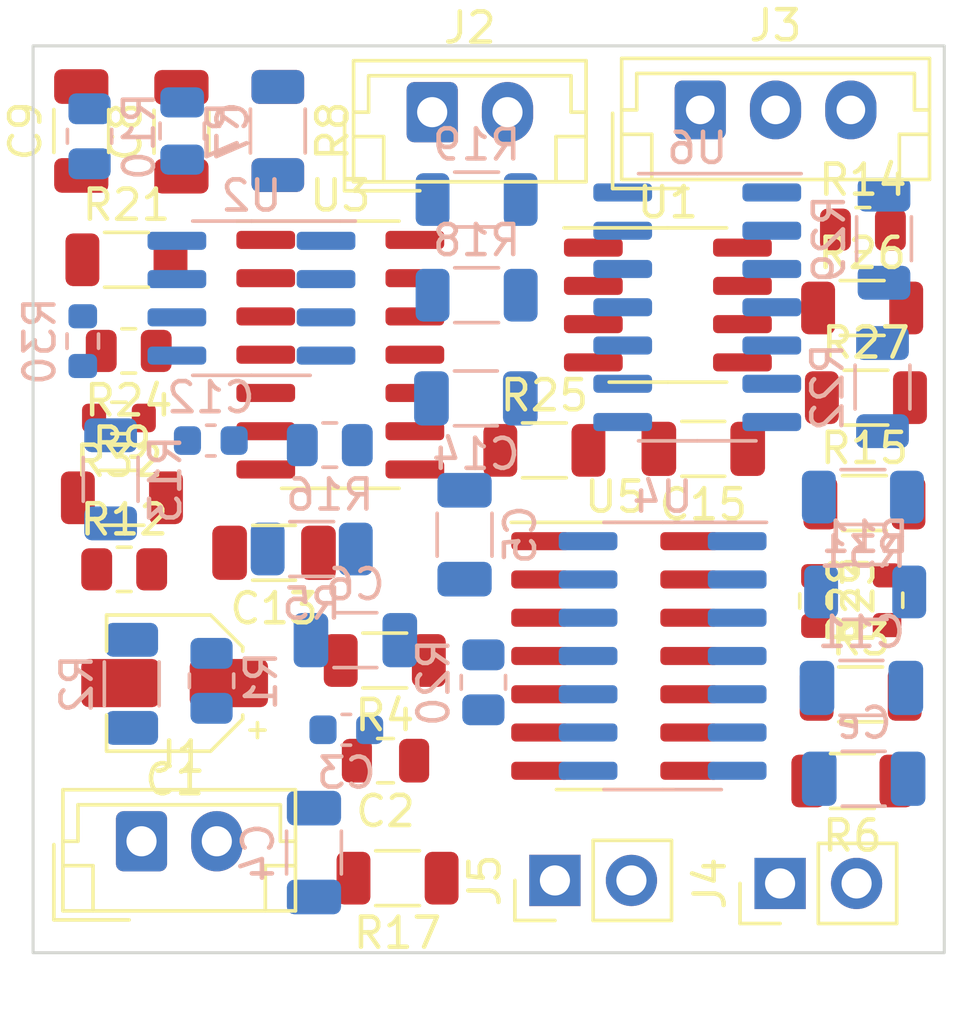
<source format=kicad_pcb>
(kicad_pcb (version 20211014) (generator pcbnew)
  (layers (0 "F.Cu" signal) (31 "B.Cu" signal) (34 "B.Paste" user) (35 "F.Paste" user) (36 "B.SilkS" user "B.Silkscreen") (37 "F.SilkS" user "F.Silkscreen") (38 "B.Mask" user) (39 "F.Mask" user) (44 "Edge.Cuts" user))
  (net 0 "")
  (net 1 "+V")
  (net 2 "-V")
  (net 3 "OutPositVer")
  (net 4 "OutNegVer")
  (net 5 "GND")
  (net 6 "Net-(U5-Pad12)")
  (net 7 "Net-(U5-Pad13)")
  (net 8 "Net-(C4-Pad2)")
  (net 9 "OutPositHor")
  (net 10 "OutNegHor")
  (net 11 "Net-(C10-Pad1)")
  (net 12 "Net-(U5-Pad5)")
  (net 13 "Net-(U3-Pad12)")
  (net 14 "Net-(U3-Pad13)")
  (net 15 "Net-(C13-Pad2)")
  (net 16 "Net-(C14-Pad1)")
  (net 17 "Net-(U3-Pad5)")
  (net 18 "ElecNegVer")
  (net 19 "ElecPositVer")
  (net 20 "Ref")
  (net 21 "ElecNegHor")
  (net 22 "ElecPositHor")
  (net 23 "OUTVer4")
  (net 24 "OUTHor4")
  (net 25 "OUTVer2")
  (net 26 "OUTHor2")
  (net 27 "RgVer2")
  (net 28 "RgVer1")
  (net 29 "OUTVer3")
  (net 30 "RgHor2")
  (net 31 "RgHor1")
  (net 32 "OUTHor3")
  (net 33 "Net-(U5-Pad2)")
  (net 34 "Net-(U6-Pad5)")
  (net 35 "Net-(U3-Pad2)")
  (net 36 "Net-(U6-Pad13)")
  (net 37 "Net-(U5-Pad9)")
  (net 38 "Net-(U6-Pad14)")
  (net 39 "Net-(U4-Pad5)")
  (net 40 "Net-(U4-Pad6)")
  (net 41 "Net-(R32-Pad2)")
  (net 42 "Net-(U4-Pad14)")
  (net 43 "OUTHor1")
  (net 44 "OUTVer1")
  (net 54 "Net-(R1-Pad2)")
  (footprint "Resistor_SMD:R_0603_1608Metric" (layer "F.Cu") (at 50.675 43.475 -90)
    (fp_text reference "R23" (at 0 -1.43 90) (layer "F.SilkS"))
    (fp_text value "1.5K")
    (fp_line (start -0.237258 0.5225) (end 0.237258 0.5225) (layer "F.SilkS") (width 0.12))
    (fp_line (start -0.237258 -0.5225) (end 0.237258 -0.5225) (layer "F.SilkS") (width 0.12))
    (pad "1" smd roundrect (at -0.825 0 270) (size 0.8 0.95) (layers "F.Cu" "F.Paste" "F.Mask") (net 5 "GND"))
    (pad "2" smd roundrect (at 0.825 0 270) (size 0.8 0.95) (layers "F.Cu" "F.Paste" "F.Mask") (net 37 "Net-(U5-Pad9)"))
  )
  (footprint "Resistor_SMD:R_0603_1608Metric" (layer "F.Cu") (at 53.05 43.45 90)
    (fp_text reference "R28" (at 0 -1.43 90) (layer "F.SilkS"))
    (fp_text value "1.5K")
    (fp_line (start -0.237258 -0.5225) (end 0.237258 -0.5225) (layer "F.SilkS") (width 0.12))
    (fp_line (start -0.237258 0.5225) (end 0.237258 0.5225) (layer "F.SilkS") (width 0.12))
    (pad "1" smd roundrect (at -0.825 0 90) (size 0.8 0.95) (layers "F.Cu" "F.Paste" "F.Mask") (net 23 "OUTVer4"))
    (pad "2" smd roundrect (at 0.825 0 90) (size 0.8 0.95) (layers "F.Cu" "F.Paste" "F.Mask") (net 37 "Net-(U5-Pad9)"))
  )
  (footprint "Connector_PinHeader_2.54mm:PinHeader_1x02_P2.54mm_Vertical" (layer "F.Cu") (at 49.5 52.85 90)
    (fp_text reference "J4" (at 0 -2.33 90) (layer "F.SilkS"))
    (fp_text value "Conn_01x02")
    (fp_line (start -1.33 1.27) (end -1.33 3.87) (layer "F.SilkS") (width 0.12))
    (fp_line (start 1.33 1.27) (end 1.33 3.87) (layer "F.SilkS") (width 0.12))
    (fp_line (start -1.33 -1.33) (end 0 -1.33) (layer "F.SilkS") (width 0.12))
    (fp_line (start -1.33 3.87) (end 1.33 3.87) (layer "F.SilkS") (width 0.12))
    (fp_line (start -1.33 1.27) (end 1.33 1.27) (layer "F.SilkS") (width 0.12))
    (fp_line (start -1.33 0) (end -1.33 -1.33) (layer "F.SilkS") (width 0.12))
    (pad "1" thru_hole rect (at 0 0 90) (size 1.7 1.7) (drill 1) (layers *.Cu *.Mask) (net 23 "OUTVer4"))
    (pad "2" thru_hole oval (at 0 2.54 90) (size 1.7 1.7) (drill 1) (layers *.Cu *.Mask) (net 2 "-V"))
  )
  (footprint "Resistor_SMD:R_1206_3216Metric" (layer "F.Cu") (at 52.3 40.225)
    (fp_text reference "R15" (at 0 -1.82) (layer "F.SilkS"))
    (fp_text value "1M")
    (fp_line (start -0.727064 -0.91) (end 0.727064 -0.91) (layer "F.SilkS") (width 0.12))
    (fp_line (start -0.727064 0.91) (end 0.727064 0.91) (layer "F.SilkS") (width 0.12))
    (pad "1" smd roundrect (at -1.4625 0) (size 1.125 1.75) (layers "F.Cu" "F.Paste" "F.Mask") (roundrect_rratio 0.222222) (net 5 "GND"))
    (pad "2" smd roundrect (at 1.4625 0) (size 1.125 1.75) (layers "F.Cu" "F.Paste" "F.Mask") (roundrect_rratio 0.222222) (net 17 "Net-(U3-Pad5)"))
  )
  (footprint "Connector_PinHeader_2.54mm:PinHeader_1x02_P2.54mm_Vertical" (layer "F.Cu") (at 42.025 52.75 90)
    (fp_text reference "J5" (at 0 -2.33 90) (layer "F.SilkS"))
    (fp_text value "Conn_01x02")
    (fp_line (start -1.33 1.27) (end -1.33 3.87) (layer "F.SilkS") (width 0.12))
    (fp_line (start -1.33 3.87) (end 1.33 3.87) (layer "F.SilkS") (width 0.12))
    (fp_line (start -1.33 1.27) (end 1.33 1.27) (layer "F.SilkS") (width 0.12))
    (fp_line (start -1.33 0) (end -1.33 -1.33) (layer "F.SilkS") (width 0.12))
    (fp_line (start -1.33 -1.33) (end 0 -1.33) (layer "F.SilkS") (width 0.12))
    (fp_line (start 1.33 1.27) (end 1.33 3.87) (layer "F.SilkS") (width 0.12))
    (pad "1" thru_hole rect (at 0 0 90) (size 1.7 1.7) (drill 1) (layers *.Cu *.Mask) (net 24 "OUTHor4"))
    (pad "2" thru_hole oval (at 0 2.54 90) (size 1.7 1.7) (drill 1) (layers *.Cu *.Mask) (net 2 "-V"))
  )
  (footprint "Capacitor_SMD:C_1206_3216Metric" (layer "F.Cu") (at 29.625 27.9 90)
    (fp_text reference "C8" (at 0 -1.85 90) (layer "F.SilkS"))
    (fp_text value "1nF")
    (fp_line (start -0.711252 0.91) (end 0.711252 0.91) (layer "F.SilkS") (width 0.12))
    (fp_line (start -0.711252 -0.91) (end 0.711252 -0.91) (layer "F.SilkS") (width 0.12))
    (pad "1" smd roundrect (at -1.475 0 90) (size 1.15 1.8) (layers "F.Cu" "F.Paste" "F.Mask") (roundrect_rratio 0.217391) (net 10 "OutNegHor"))
    (pad "2" smd roundrect (at 1.475 0 90) (size 1.15 1.8) (layers "F.Cu" "F.Paste" "F.Mask") (roundrect_rratio 0.217391) (net 5 "GND"))
  )
  (footprint "Package_SO:SO-14_3.9x8.65mm_P1.27mm" (layer "F.Cu") (at 34.9 35.3)
    (fp_text reference "U3" (at 0 -5.28) (layer "F.SilkS"))
    (fp_text value "LM324")
    (fp_line (start 0 -4.435) (end 1.95 -4.435) (layer "F.SilkS") (width 0.12))
    (fp_line (start 0 4.435) (end -1.95 4.435) (layer "F.SilkS") (width 0.12))
    (fp_line (start 0 4.435) (end 1.95 4.435) (layer "F.SilkS") (width 0.12))
    (fp_line (start 0 -4.435) (end -3.45 -4.435) (layer "F.SilkS") (width 0.12))
    (pad "1" smd roundrect (at -2.475 -3.81) (size 1.95 0.6) (layers "F.Cu" "F.Paste" "F.Mask") (net 26 "OUTHor2"))
    (pad "2" smd roundrect (at -2.475 -2.54) (size 1.95 0.6) (layers "F.Cu" "F.Paste" "F.Mask") (net 35 "Net-(U3-Pad2)"))
    (pad "3" smd roundrect (at -2.475 -1.27) (size 1.95 0.6) (layers "F.Cu" "F.Paste" "F.Mask") (net 43 "OUTHor1"))
    (pad "4" smd roundrect (at -2.475 0) (size 1.95 0.6) (layers "F.Cu" "F.Paste" "F.Mask") (net 1 "+V"))
    (pad "5" smd roundrect (at -2.475 1.27) (size 1.95 0.6) (layers "F.Cu" "F.Paste" "F.Mask") (net 17 "Net-(U3-Pad5)"))
    (pad "6" smd roundrect (at -2.475 2.54) (size 1.95 0.6) (layers "F.Cu" "F.Paste" "F.Mask") (net 32 "OUTHor3"))
    (pad "7" smd roundrect (at -2.475 3.81) (size 1.95 0.6) (layers "F.Cu" "F.Paste" "F.Mask") (net 32 "OUTHor3"))
    (pad "8" smd roundrect (at 2.475 3.81) (size 1.95 0.6) (layers "F.Cu" "F.Paste" "F.Mask") (net 24 "OUTHor4"))
    (pad "9" smd roundrect (at 2.475 2.54) (size 1.95 0.6) (layers "F.Cu" "F.Paste" "F.Mask") (net 41 "Net-(R32-Pad2)"))
    (pad "10" smd roundrect (at 2.475 1.27) (size 1.95 0.6) (layers "F.Cu" "F.Paste" "F.Mask") (net 32 "OUTHor3"))
    (pad "11" smd roundrect (at 2.475 0) (size 1.95 0.6) (layers "F.Cu" "F.Paste" "F.Mask") (net 2 "-V"))
    (pad "12" smd roundrect (at 2.475 -1.27) (size 1.95 0.6) (layers "F.Cu" "F.Paste" "F.Mask") (net 13 "Net-(U3-Pad12)"))
    (pad "13" smd roundrect (at 2.475 -2.54) (size 1.95 0.6) (layers "F.Cu" "F.Paste" "F.Mask") (net 14 "Net-(U3-Pad13)"))
    (pad "14" smd roundrect (at 2.475 -3.81) (size 1.95 0.6) (layers "F.Cu" "F.Paste" "F.Mask") (net 14 "Net-(U3-Pad13)"))
  )
  (footprint "Connector_JST:JST_EH_B2B-EH-A_1x02_P2.50mm_Vertical" (layer "F.Cu") (at 28.3 51.45)
    (fp_text reference "J1" (at 1.25 -2.8) (layer "F.SilkS"))
    (fp_text value "Conn_01x02")
    (fp_line (start -2.91 2.61) (end -0.41 2.61) (layer "F.SilkS") (width 0.12))
    (fp_line (start -2.61 2.31) (end 5.11 2.31) (layer "F.SilkS") (width 0.12))
    (fp_line (start -2.61 0) (end -2.11 0) (layer "F.SilkS") (width 0.12))
    (fp_line (start -2.61 0.81) (end -1.61 0.81) (layer "F.SilkS") (width 0.12))
    (fp_line (start -2.11 -1.21) (end 4.61 -1.21) (layer "F.SilkS") (width 0.12))
    (fp_line (start -2.11 0) (end -2.11 -1.21) (layer "F.SilkS") (width 0.12))
    (fp_line (start 5.11 0.81) (end 4.11 0.81) (layer "F.SilkS") (width 0.12))
    (fp_line (start 4.61 -1.21) (end 4.61 0) (layer "F.SilkS") (width 0.12))
    (fp_line (start 5.11 -1.71) (end -2.61 -1.71) (layer "F.SilkS") (width 0.12))
    (fp_line (start -2.91 0.11) (end -2.91 2.61) (layer "F.SilkS") (width 0.12))
    (fp_line (start 4.11 0.81) (end 4.11 2.31) (layer "F.SilkS") (width 0.12))
    (fp_line (start -2.61 -1.71) (end -2.61 2.31) (layer "F.SilkS") (width 0.12))
    (fp_line (start 4.61 0) (end 5.11 0) (layer "F.SilkS") (width 0.12))
    (fp_line (start -1.61 0.81) (end -1.61 2.31) (layer "F.SilkS") (width 0.12))
    (fp_line (start 5.11 2.31) (end 5.11 -1.71) (layer "F.SilkS") (width 0.12))
    (pad "1" thru_hole roundrect (at 0 0) (size 1.7 2) (drill 1) (layers *.Cu *.Mask) (roundrect_rratio 0.147059) (net 2 "-V"))
    (pad "2" thru_hole oval (at 2.5 0) (size 1.7 2) (drill 1) (layers *.Cu *.Mask) (net 1 "+V"))
  )
  (footprint "Resistor_SMD:R_1206_3216Metric" (layer "F.Cu") (at 27.65 40.05)
    (fp_text reference "R9" (at 0 -1.82) (layer "F.SilkS"))
    (fp_text value "39K")
    (fp_line (start -0.727064 -0.91) (end 0.727064 -0.91) (layer "F.SilkS") (width 0.12))
    (fp_line (start -0.727064 0.91) (end 0.727064 0.91) (layer "F.SilkS") (width 0.12))
    (pad "1" smd roundrect (at -1.4625 0) (size 1.125 1.75) (layers "F.Cu" "F.Paste" "F.Mask") (roundrect_rratio 0.222222) (net 26 "OUTHor2"))
    (pad "2" smd roundrect (at 1.4625 0) (size 1.125 1.75) (layers "F.Cu" "F.Paste" "F.Mask") (roundrect_rratio 0.222222) (net 15 "Net-(C13-Pad2)"))
  )
  (footprint "Connector_JST:JST_EH_B2B-EH-A_1x02_P2.50mm_Vertical" (layer "F.Cu") (at 37.95 27.25)
    (fp_text reference "J2" (at 1.25 -2.8) (layer "F.SilkS"))
    (fp_text value "Conn_01x02")
    (fp_line (start -2.61 0) (end -2.11 0) (layer "F.SilkS") (width 0.12))
    (fp_line (start 5.11 0.81) (end 4.11 0.81) (layer "F.SilkS") (width 0.12))
    (fp_line (start 5.11 2.31) (end 5.11 -1.71) (layer "F.SilkS") (width 0.12))
    (fp_line (start -2.61 2.31) (end 5.11 2.31) (layer "F.SilkS") (width 0.12))
    (fp_line (start -1.61 0.81) (end -1.61 2.31) (layer "F.SilkS") (width 0.12))
    (fp_line (start 4.11 0.81) (end 4.11 2.31) (layer "F.SilkS") (width 0.12))
    (fp_line (start -2.91 2.61) (end -0.41 2.61) (layer "F.SilkS") (width 0.12))
    (fp_line (start 4.61 -1.21) (end 4.61 0) (layer "F.SilkS") (width 0.12))
    (fp_line (start -2.61 -1.71) (end -2.61 2.31) (layer "F.SilkS") (width 0.12))
    (fp_line (start 4.61 0) (end 5.11 0) (layer "F.SilkS") (width 0.12))
    (fp_line (start -2.11 0) (end -2.11 -1.21) (layer "F.SilkS") (width 0.12))
    (fp_line (start -2.61 0.81) (end -1.61 0.81) (layer "F.SilkS") (width 0.12))
    (fp_line (start 5.11 -1.71) (end -2.61 -1.71) (layer "F.SilkS") (width 0.12))
    (fp_line (start -2.91 0.11) (end -2.91 2.61) (layer "F.SilkS") (width 0.12))
    (fp_line (start -2.11 -1.21) (end 4.61 -1.21) (layer "F.SilkS") (width 0.12))
    (pad "1" thru_hole roundrect (at 0 0) (size 1.7 2) (drill 1) (layers *.Cu *.Mask) (roundrect_rratio 0.147059) (net 18 "ElecNegVer"))
    (pad "2" thru_hole oval (at 2.5 0) (size 1.7 2) (drill 1) (layers *.Cu *.Mask) (net 19 "ElecPositVer"))
  )
  (footprint "Connector_JST:JST_EH_B3B-EH-A_1x03_P2.50mm_Vertical" (layer "F.Cu") (at 46.85 27.175)
    (fp_text reference "J3" (at 2.5 -2.8) (layer "F.SilkS"))
    (fp_text value "Conn_01x03")
    (fp_line (start -2.91 2.61) (end -0.41 2.61) (layer "F.SilkS") (width 0.12))
    (fp_line (start 7.61 0.81) (end 6.61 0.81) (layer "F.SilkS") (width 0.12))
    (fp_line (start -2.11 0) (end -2.11 -1.21) (layer "F.SilkS") (width 0.12))
    (fp_line (start -1.61 0.81) (end -1.61 2.31) (layer "F.SilkS") (width 0.12))
    (fp_line (start -2.61 2.31) (end 7.61 2.31) (layer "F.SilkS") (width 0.12))
    (fp_line (start 7.61 2.31) (end 7.61 -1.71) (layer "F.SilkS") (width 0.12))
    (fp_line (start -2.11 -1.21) (end 7.11 -1.21) (layer "F.SilkS") (width 0.12))
    (fp_line (start 7.61 -1.71) (end -2.61 -1.71) (layer "F.SilkS") (width 0.12))
    (fp_line (start -2.61 0) (end -2.11 0) (layer "F.SilkS") (width 0.12))
    (fp_line (start -2.61 0.81) (end -1.61 0.81) (layer "F.SilkS") (width 0.12))
    (fp_line (start 7.11 0) (end 7.61 0) (layer "F.SilkS") (width 0.12))
    (fp_line (start 6.61 0.81) (end 6.61 2.31) (layer "F.SilkS") (width 0.12))
    (fp_line (start -2.91 0.11) (end -2.91 2.61) (layer "F.SilkS") (width 0.12))
    (fp_line (start 7.11 -1.21) (end 7.11 0) (layer "F.SilkS") (width 0.12))
    (fp_line (start -2.61 -1.71) (end -2.61 2.31) (layer "F.SilkS") (width 0.12))
    (pad "1" thru_hole roundrect (at 0 0) (size 1.7 1.95) (drill 0.95) (layers *.Cu *.Mask) (roundrect_rratio 0.147059) (net 20 "Ref"))
    (pad "2" thru_hole oval (at 2.5 0) (size 1.7 1.95) (drill 0.95) (layers *.Cu *.Mask) (net 21 "ElecNegHor"))
    (pad "3" thru_hole oval (at 5 0) (size 1.7 1.95) (drill 0.95) (layers *.Cu *.Mask) (net 22 "ElecPositHor"))
  )
  (footprint "Package_SO:SOIC-8_3.9x4.9mm_P1.27mm" (layer "F.Cu") (at 45.775 33.65)
    (fp_text reference "U1" (at 0 -3.4) (layer "F.SilkS"))
    (fp_text value "AD620")
    (fp_line (start 0 2.56) (end -1.95 2.56) (layer "F.SilkS") (width 0.12))
    (fp_line (start 0 -2.56) (end -3.45 -2.56) (layer "F.SilkS") (width 0.12))
    (fp_line (start 0 -2.56) (end 1.95 -2.56) (layer "F.SilkS") (width 0.12))
    (fp_line (start 0 2.56) (end 1.95 2.56) (layer "F.SilkS") (width 0.12))
    (pad "1" smd roundrect (at -2.475 -1.905) (size 1.95 0.6) (layers "F.Cu" "F.Paste" "F.Mask") (net 31 "RgHor1"))
    (pad "2" smd roundrect (at -2.475 -0.635) (size 1.95 0.6) (layers "F.Cu" "F.Paste" "F.Mask") (net 10 "OutNegHor"))
    (pad "3" smd roundrect (at -2.475 0.635) (size 1.95 0.6) (layers "F.Cu" "F.Paste" "F.Mask") (net 9 "OutPositHor"))
    (pad "4" smd roundrect (at -2.475 1.905) (size 1.95 0.6) (layers "F.Cu" "F.Paste" "F.Mask") (net 2 "-V"))
    (pad "5" smd roundrect (at 2.475 1.905) (size 1.95 0.6) (layers "F.Cu" "F.Paste" "F.Mask") (net 5 "GND"))
    (pad "6" smd roundrect (at 2.475 0.635) (size 1.95 0.6) (layers "F.Cu" "F.Paste" "F.Mask") (net 43 "OUTHor1"))
    (pad "7" smd roundrect (at 2.475 -0.635) (size 1.95 0.6) (layers "F.Cu" "F.Paste" "F.Mask") (net 1 "+V"))
    (pad "8" smd roundrect (at 2.475 -1.905) (size 1.95 0.6) (layers "F.Cu" "F.Paste" "F.Mask") (net 30 "RgHor2"))
  )
  (footprint "Resistor_SMD:R_1206_3216Metric" (layer "F.Cu") (at 36.8 52.675 180)
    (fp_text reference "R17" (at 0 -1.82) (layer "F.SilkS"))
    (fp_text value "4.7K")
    (fp_line (start -0.727064 0.91) (end 0.727064 0.91) (layer "F.SilkS") (width 0.12))
    (fp_line (start -0.727064 -0.91) (end 0.727064 -0.91) (layer "F.SilkS") (width 0.12))
    (pad "1" smd roundrect (at -1.4625 0 180) (size 1.125 1.75) (layers "F.Cu" "F.Paste" "F.Mask") (roundrect_rratio 0.222222) (net 33 "Net-(U5-Pad2)"))
    (pad "2" smd roundrect (at 1.4625 0 180) (size 1.125 1.75) (layers "F.Cu" "F.Paste" "F.Mask") (roundrect_rratio 0.222222) (net 5 "GND"))
  )
  (footprint "Resistor_SMD:R_1206_3216Metric" (layer "F.Cu") (at 52.225 33.75)
    (fp_text reference "R26" (at 0 -1.82) (layer "F.SilkS"))
    (fp_text value "100K")
    (fp_line (start -0.727064 -0.91) (end 0.727064 -0.91) (layer "F.SilkS") (width 0.12))
    (fp_line (start -0.727064 0.91) (end 0.727064 0.91) (layer "F.SilkS") (width 0.12))
    (pad "1" smd roundrect (at -1.4625 0) (size 1.125 1.75) (layers "F.Cu" "F.Paste" "F.Mask") (roundrect_rratio 0.222222) (net 31 "RgHor1"))
    (pad "2" smd roundrect (at 1.4625 0) (size 1.125 1.75) (layers "F.Cu" "F.Paste" "F.Mask") (roundrect_rratio 0.222222) (net 39 "Net-(U4-Pad5)"))
  )
  (footprint "Resistor_SMD:R_0603_1608Metric" (layer "F.Cu") (at 27.55 37.4 180)
    (fp_text reference "R32" (at 0 -1.43) (layer "F.SilkS"))
    (fp_text value "1.5K")
    (fp_line (start -0.237258 -0.5225) (end 0.237258 -0.5225) (layer "F.SilkS") (width 0.12))
    (fp_line (start -0.237258 0.5225) (end 0.237258 0.5225) (layer "F.SilkS") (width 0.12))
    (pad "1" smd roundrect (at -0.825 0 180) (size 0.8 0.95) (layers "F.Cu" "F.Paste" "F.Mask") (net 24 "OUTHor4"))
    (pad "2" smd roundrect (at 0.825 0 180) (size 0.8 0.95) (layers "F.Cu" "F.Paste" "F.Mask") (net 41 "Net-(R32-Pad2)"))
  )
  (footprint "Resistor_SMD:R_0805_2012Metric" (layer "F.Cu") (at 27.875 35.175 180)
    (fp_text reference "R24" (at 0 -1.65) (layer "F.SilkS"))
    (fp_text value "70K")
    (fp_line (start -0.227064 -0.735) (end 0.227064 -0.735) (layer "F.SilkS") (width 0.12))
    (fp_line (start -0.227064 0.735) (end 0.227064 0.735) (layer "F.SilkS") (width 0.12))
    (pad "1" smd roundrect (at -0.9125 0 180) (size 1.025 1.4) (layers "F.Cu" "F.Paste" "F.Mask") (roundrect_rratio 0.243902) (net 26 "OUTHor2"))
    (pad "2" smd roundrect (at 0.9125 0 180) (size 1.025 1.4) (layers "F.Cu" "F.Paste" "F.Mask") (roundrect_rratio 0.243902) (net 35 "Net-(U3-Pad2)"))
  )
  (footprint "Capacitor_SMD:C_1206_3216Metric" (layer "F.Cu") (at 26.3 27.875 90)
    (fp_text reference "C9" (at 0 -1.85 90) (layer "F.SilkS"))
    (fp_text value "1nF")
    (fp_line (start -0.711252 -0.91) (end 0.711252 -0.91) (layer "F.SilkS") (width 0.12))
    (fp_line (start -0.711252 0.91) (end 0.711252 0.91) (layer "F.SilkS") (width 0.12))
    (pad "1" smd roundrect (at -1.475 0 90) (size 1.15 1.8) (layers "F.Cu" "F.Paste" "F.Mask") (roundrect_rratio 0.217391) (net 9 "OutPositHor"))
    (pad "2" smd roundrect (at 1.475 0 90) (size 1.15 1.8) (layers "F.Cu" "F.Paste" "F.Mask") (roundrect_rratio 0.217391) (net 5 "GND"))
  )
  (footprint "Resistor_SMD:R_1206_3216Metric" (layer "F.Cu") (at 52.175 46.575)
    (fp_text reference "R3" (at 0 -1.82) (layer "F.SilkS"))
    (fp_text value "39K")
    (fp_line (start -0.727064 0.91) (end 0.727064 0.91) (layer "F.SilkS") (width 0.12))
    (fp_line (start -0.727064 -0.91) (end 0.727064 -0.91) (layer "F.SilkS") (width 0.12))
    (pad "1" smd roundrect (at -1.4625 0) (size 1.125 1.75) (layers "F.Cu" "F.Paste" "F.Mask") (roundrect_rratio 0.222222) (net 25 "OUTVer2"))
    (pad "2" smd roundrect (at 1.4625 0) (size 1.125 1.75) (layers "F.Cu" "F.Paste" "F.Mask") (roundrect_rratio 0.222222) (net 8 "Net-(C4-Pad2)"))
  )
  (footprint "Capacitor_SMD:CP_Elec_4x4.5" (layer "F.Cu") (at 29.4 46.2 180)
    (fp_text reference "C1" (at 0 -3.2) (layer "F.SilkS"))
    (fp_text value "47uF")
    (fp_line (start 2.26 2.26) (end 2.26 1.06) (layer "F.SilkS") (width 0.12))
    (fp_line (start 2.26 -2.26) (end 2.26 -1.06) (layer "F.SilkS") (width 0.12))
    (fp_line (start -2.26 1.195563) (end -2.26 1.06) (layer "F.SilkS") (width 0.12))
    (fp_line (start -1.195563 2.26) (end 2.26 2.26) (layer "F.SilkS") (width 0.12))
    (fp_line (start -3 -1.56) (end -2.5 -1.56) (layer "F.SilkS") (width 0.12))
    (fp_line (start -2.26 1.195563) (end -1.195563 2.26) (layer "F.SilkS") (width 0.12))
    (fp_line (start -2.26 -1.195563) (end -2.26 -1.06) (layer "F.SilkS") (width 0.12))
    (fp_line (start -2.75 -1.81) (end -2.75 -1.31) (layer "F.SilkS") (width 0.12))
    (fp_line (start -1.195563 -2.26) (end 2.26 -2.26) (layer "F.SilkS") (width 0.12))
    (fp_line (start -2.26 -1.195563) (end -1.195563 -2.26) (layer "F.SilkS") (width 0.12))
    (pad "1" smd roundrect (at -1.8 0 180) (size 2.6 1.6) (layers "F.Cu" "F.Paste" "F.Mask") (roundrect_rratio 0.15625) (net 1 "+V"))
    (pad "2" smd roundrect (at 1.8 0 180) (size 2.6 1.6) (layers "F.Cu" "F.Paste" "F.Mask") (roundrect_rratio 0.15625) (net 2 "-V"))
  )
  (footprint "Resistor_SMD:R_1206_3216Metric" (layer "F.Cu") (at 32.825 27.875 -90)
    (fp_text reference "R8" (at 0 -1.82 90) (layer "F.SilkS"))
    (fp_text value "4.7K")
    (fp_line (start -0.727064 0.91) (end 0.727064 0.91) (layer "F.SilkS") (width 0.12))
    (fp_line (start -0.727064 -0.91) (end 0.727064 -0.91) (layer "F.SilkS") (width 0.12))
    (pad "1" smd roundrect (at -1.4625 0 270) (size 1.125 1.75) (layers "F.Cu" "F.Paste" "F.Mask") (roundrect_rratio 0.222222) (net 22 "ElecPositHor"))
    (pad "2" smd roundrect (at 1.4625 0 270) (size 1.125 1.75) (layers "F.Cu" "F.Paste" "F.Mask") (roundrect_rratio 0.222222) (net 9 "OutPositHor"))
  )
  (footprint "Resistor_SMD:R_1206_3216Metric" (layer "F.Cu") (at 52.35 36.725)
    (fp_text reference "R27" (at 0 -1.82) (layer "F.SilkS"))
    (fp_text value "100K")
    (fp_line (start -0.727064 -0.91) (end 0.727064 -0.91) (layer "F.SilkS") (width 0.12))
    (fp_line (start -0.727064 0.91) (end 0.727064 0.91) (layer "F.SilkS") (width 0.12))
    (pad "1" smd roundrect (at -1.4625 0) (size 1.125 1.75) (layers "F.Cu" "F.Paste" "F.Mask") (roundrect_rratio 0.222222) (net 39 "Net-(U4-Pad5)"))
    (pad "2" smd roundrect (at 1.4625 0) (size 1.125 1.75) (layers "F.Cu" "F.Paste" "F.Mask") (roundrect_rratio 0.222222) (net 30 "RgHor2"))
  )
  (footprint "Capacitor_SMD:C_1206_3216Metric" (layer "F.Cu") (at 32.7 41.875 180)
    (fp_text reference "C13" (at 0 -1.85) (layer "F.SilkS"))
    (fp_text value "220nF")
    (fp_line (start -0.711252 -0.91) (end 0.711252 -0.91) (layer "F.SilkS") (width 0.12))
    (fp_line (start -0.711252 0.91) (end 0.711252 0.91) (layer "F.SilkS") (width 0.12))
    (pad "1" smd roundrect (at -1.475 0 180) (size 1.15 1.8) (layers "F.Cu" "F.Paste" "F.Mask") (roundrect_rratio 0.217391) (net 14 "Net-(U3-Pad13)"))
    (pad "2" smd roundrect (at 1.475 0 180) (size 1.15 1.8) (layers "F.Cu" "F.Paste" "F.Mask") (roundrect_rratio 0.217391) (net 15 "Net-(C13-Pad2)"))
  )
  (footprint "Resistor_SMD:R_1206_3216Metric" (layer "F.Cu") (at 27.8 32.15)
    (fp_text reference "R21" (at 0 -1.82) (layer "F.SilkS"))
    (fp_text value "4.7K")
    (fp_line (start -0.727064 -0.91) (end 0.727064 -0.91) (layer "F.SilkS") (width 0.12))
    (fp_line (start -0.727064 0.91) (end 0.727064 0.91) (layer "F.SilkS") (width 0.12))
    (pad "1" smd roundrect (at -1.4625 0) (size 1.125 1.75) (layers "F.Cu" "F.Paste" "F.Mask") (roundrect_rratio 0.222222) (net 35 "Net-(U3-Pad2)"))
    (pad "2" smd roundrect (at 1.4625 0) (size 1.125 1.75) (layers "F.Cu" "F.Paste" "F.Mask") (roundrect_rratio 0.222222) (net 5 "GND"))
  )
  (footprint "Resistor_SMD:R_1206_3216Metric" (layer "F.Cu") (at 51.9 49.45 180)
    (fp_text reference "R6" (at 0 -1.82) (layer "F.SilkS"))
    (fp_text value "39K")
    (fp_line (start -0.727064 0.91) (end 0.727064 0.91) (layer "F.SilkS") (width 0.12))
    (fp_line (start -0.727064 -0.91) (end 0.727064 -0.91) (layer "F.SilkS") (width 0.12))
    (pad "1" smd roundrect (at -1.4625 0 180) (size 1.125 1.75) (layers "F.Cu" "F.Paste" "F.Mask") (roundrect_rratio 0.222222) (net 8 "Net-(C4-Pad2)"))
    (pad "2" smd roundrect (at 1.4625 0 180) (size 1.125 1.75) (layers "F.Cu" "F.Paste" "F.Mask") (roundrect_rratio 0.222222) (net 6 "Net-(U5-Pad12)"))
  )
  (footprint "Package_SO:SO-14_3.9x8.65mm_P1.27mm" (layer "F.Cu") (at 44.025 45.3)
    (fp_text reference "U5" (at 0 -5.28) (layer "F.SilkS"))
    (fp_text value "LM324")
    (fp_line (start 0 -4.435) (end -3.45 -4.435) (layer "F.SilkS") (width 0.12))
    (fp_line (start 0 -4.435) (end 1.95 -4.435) (layer "F.SilkS") (width 0.12))
    (fp_line (start 0 4.435) (end -1.95 4.435) (layer "F.SilkS") (width 0.12))
    (fp_line (start 0 4.435) (end 1.95 4.435) (layer "F.SilkS") (width 0.12))
    (pad "1" smd roundrect (at -2.475 -3.81) (size 1.95 0.6) (layers "F.Cu" "F.Paste" "F.Mask") (net 25 "OUTVer2"))
    (pad "2" smd roundrect (at -2.475 -2.54) (size 1.95 0.6) (layers "F.Cu" "F.Paste" "F.Mask") (net 33 "Net-(U5-Pad2)"))
    (pad "3" smd roundrect (at -2.475 -1.27) (size 1.95 0.6) (layers "F.Cu" "F.Paste" "F.Mask") (net 44 "OUTVer1"))
    (pad "4" smd roundrect (at -2.475 0) (size 1.95 0.6) (layers "F.Cu" "F.Paste" "F.Mask") (net 1 "+V"))
    (pad "5" smd roundrect (at -2.475 1.27) (size 1.95 0.6) (layers "F.Cu" "F.Paste" "F.Mask") (net 12 "Net-(U5-Pad5)"))
    (pad "6" smd roundrect (at -2.475 2.54) (size 1.95 0.6) (layers "F.Cu" "F.Paste" "F.Mask") (net 29 "OUTVer3"))
    (pad "7" smd roundrect (at -2.475 3.81) (size 1.95 0.6) (layers "F.Cu" "F.Paste" "F.Mask") (net 29 "OUTVer3"))
    (pad "8" smd roundrect (at 2.475 3.81) (size 1.95 0.6) (layers "F.Cu" "F.Paste" "F.Mask") (net 23 "OUTVer4"))
    (pad "9" smd roundrect (at 2.475 2.54) (size 1.95 0.6) (layers "F.Cu" "F.Paste" "F.Mask") (net 37 "Net-(U5-Pad9)"))
    (pad "10" smd roundrect (at 2.475 1.27) (size 1.95 0.6) (layers "F.Cu" "F.Paste" "F.Mask") (net 29 "OUTVer3"))
    (pad "11" smd roundrect (at 2.475 0) (size 1.95 0.6) (layers "F.Cu" "F.Paste" "F.Mask") (net 2 "-V"))
    (pad "12" smd roundrect (at 2.475 -1.27) (size 1.95 0.6) (layers "F.Cu" "F.Paste" "F.Mask") (net 6 "Net-(U5-Pad12)"))
    (pad "13" smd roundrect (at 2.475 -2.54) (size 1.95 0.6) (layers "F.Cu" "F.Paste" "F.Mask") (net 7 "Net-(U5-Pad13)"))
    (pad "14" smd roundrect (at 2.475 -3.81) (size 1.95 0.6) (layers "F.Cu" "F.Paste" "F.Mask") (net 7 "Net-(U5-Pad13)"))
  )
  (footprint "Resistor_SMD:R_1206_3216Metric" (layer "F.Cu") (at 36.375 45.45 180)
    (fp_text reference "R4" (at 0 -1.82) (layer "F.SilkS"))
    (fp_text value "4.7K")
    (fp_line (start -0.727064 -0.91) (end 0.727064 -0.91) (layer "F.SilkS") (width 0.12))
    (fp_line (start -0.727064 0.91) (end 0.727064 0.91) (layer "F.SilkS") (width 0.12))
    (pad "1" smd roundrect (at -1.4625 0 180) (size 1.125 1.75) (layers "F.Cu" "F.Paste" "F.Mask") (roundrect_rratio 0.222222) (net 18 "ElecNegVer"))
    (pad "2" smd roundrect (at 1.4625 0 180) (size 1.125 1.75) (layers "F.Cu" "F.Paste" "F.Mask") (roundrect_rratio 0.222222) (net 4 "OutNegVer"))
  )
  (footprint "Capacitor_SMD:C_0805_2012Metric" (layer "F.Cu") (at 36.4 48.775 180)
    (fp_text reference "C2" (at 0 -1.68) (layer "F.SilkS"))
    (fp_text value "47nF")
    (fp_line (start -0.261252 -0.735) (end 0.261252 -0.735) (layer "F.SilkS") (width 0.12))
    (fp_line (start -0.261252 0.735) (end 0.261252 0.735) (layer "F.SilkS") (width 0.12))
    (pad "1" smd roundrect (at -0.95 0 180) (size 1 1.45) (layers "F.Cu" "F.Paste" "F.Mask") (net 3 "OutPositVer"))
    (pad "2" smd roundrect (at 0.95 0 180) (size 1 1.45) (layers "F.Cu" "F.Paste" "F.Mask") (net 4 "OutNegVer"))
  )
  (footprint "Resistor_SMD:R_0805_2012Metric" (layer "F.Cu") (at 52.25 31.15)
    (fp_text reference "R14" (at 0 -1.65) (layer "F.SilkS"))
    (fp_text value "8K")
    (fp_line (start -0.227064 -0.735) (end 0.227064 -0.735) (layer "F.SilkS") (width 0.12))
    (fp_line (start -0.227064 0.735) (end 0.227064 0.735) (layer "F.SilkS") (width 0.12))
    (pad "1" smd roundrect (at -0.9125 0) (size 1.025 1.4) (layers "F.Cu" "F.Paste" "F.Mask") (roundrect_rratio 0.243902) (net 30 "RgHor2"))
    (pad "2" smd roundrect (at 0.9125 0) (size 1.025 1.4) (layers "F.Cu" "F.Paste" "F.Mask") (roundrect_rratio 0.243902) (net 31 "RgHor1"))
  )
  (footprint "Capacitor_SMD:C_1206_3216Metric" (layer "F.Cu") (at 46.95 38.425 180)
    (fp_text reference "C15" (at 0 -1.85) (layer "F.SilkS"))
    (fp_text value "1uF")
    (fp_line (start -0.711252 0.91) (end 0.711252 0.91) (layer "F.SilkS") (width 0.12))
    (fp_line (start -0.711252 -0.91) (end 0.711252 -0.91) (layer "F.SilkS") (width 0.12))
    (pad "1" smd roundrect (at -1.475 0 180) (size 1.15 1.8) (layers "F.Cu" "F.Paste" "F.Mask") (roundrect_rratio 0.217391) (net 17 "Net-(U3-Pad5)"))
    (pad "2" smd roundrect (at 1.475 0 180) (size 1.15 1.8) (layers "F.Cu" "F.Paste" "F.Mask") (roundrect_rratio 0.217391) (net 16 "Net-(C14-Pad1)"))
  )
  (footprint "Resistor_SMD:R_0805_2012Metric" (layer "F.Cu") (at 27.725 42.425)
    (fp_text reference "R12" (at 0 -1.65) (layer "F.SilkS"))
    (fp_text value "470K")
    (fp_line (start -0.227064 0.735) (end 0.227064 0.735) (layer "F.SilkS") (width 0.12))
    (fp_line (start -0.227064 -0.735) (end 0.227064 -0.735) (layer "F.SilkS") (width 0.12))
    (pad "1" smd roundrect (at -0.9125 0) (size 1.025 1.4) (layers "F.Cu" "F.Paste" "F.Mask") (roundrect_rratio 0.243902) (net 29 "OUTVer3"))
    (pad "2" smd roundrect (at 0.9125 0) (size 1.025 1.4) (layers "F.Cu" "F.Paste" "F.Mask") (roundrect_rratio 0.243902) (net 11 "Net-(C10-Pad1)"))
  )
  (footprint "Resistor_SMD:R_1206_3216Metric" (layer "F.Cu") (at 41.675 38.475)
    (fp_text reference "R25" (at 0 -1.82) (layer "F.SilkS"))
    (fp_text value "1M")
    (fp_line (start -0.727064 0.91) (end 0.727064 0.91) (layer "F.SilkS") (width 0.12))
    (fp_line (start -0.727064 -0.91) (end 0.727064 -0.91) (layer "F.SilkS") (width 0.12))
    (pad "1" smd roundrect (at -1.4625 0) (size 1.125 1.75) (layers "F.Cu" "F.Paste" "F.Mask") (roundrect_rratio 0.222222) (net 38 "Net-(U6-Pad14)"))
    (pad "2" smd roundrect (at 1.4625 0) (size 1.125 1.75) (layers "F.Cu" "F.Paste" "F.Mask") (roundrect_rratio 0.222222) (net 20 "Ref"))
  )
  (footprint "Resistor_SMD:R_1206_3216Metric" (layer "B.Cu") (at 39.425 30.15 180)
    (fp_text reference "R19" (at 0 1.82) (layer "B.SilkS") (effects (justify mirror)))
    (fp_text value "100K")
    (fp_line (start -0.727064 -0.91) (end 0.727064 -0.91) (layer "B.SilkS") (width 0.12))
    (fp_line (start -0.727064 0.91) (end 0.727064 0.91) (layer "B.SilkS") (width 0.12))
    (pad "1" smd roundrect (at -1.4625 0 180) (size 1.125 1.75) (layers "B.Cu" "B.Paste" "B.Mask") (roundrect_rratio 0.222222) (net 34 "Net-(U6-Pad5)"))
    (pad "2" smd roundrect (at 1.4625 0 180) (size 1.125 1.75) (layers "B.Cu" "B.Paste" "B.Mask") (roundrect_rratio 0.222222) (net 27 "RgVer2"))
  )
  (footprint "Capacitor_SMD:C_0603_1608Metric" (layer "B.Cu") (at 30.6 38.15 180)
    (fp_text reference "C12" (at 0 1.43) (layer "B.SilkS") (effects (justify mirror)))
    (fp_text value "100nF")
    (fp_line (start -0.14058 0.51) (end 0.14058 0.51) (layer "B.SilkS") (width 0.12))
    (fp_line (start -0.14058 -0.51) (end 0.14058 -0.51) (layer "B.SilkS") (width 0.12))
    (pad "1" smd roundrect (at -0.775 0 180) (size 0.9 0.95) (layers "B.Cu" "B.Paste" "B.Mask") (net 5 "GND"))
    (pad "2" smd roundrect (at 0.775 0 180) (size 0.9 0.95) (layers "B.Cu" "B.Paste" "B.Mask") (net 13 "Net-(U3-Pad12)"))
  )
  (footprint "Capacitor_SMD:C_1206_3216Metric" (layer "B.Cu") (at 35.4 44.775 180)
    (fp_text reference "C6" (at 0 1.85) (layer "B.SilkS") (effects (justify mirror)))
    (fp_text value "1nF")
    (fp_line (start -0.711252 0.91) (end 0.711252 0.91) (layer "B.SilkS") (width 0.12))
    (fp_line (start -0.711252 -0.91) (end 0.711252 -0.91) (layer "B.SilkS") (width 0.12))
    (pad "1" smd roundrect (at -1.475 0 180) (size 1.15 1.8) (layers "B.Cu" "B.Paste" "B.Mask") (roundrect_rratio 0.217391) (net 3 "OutPositVer"))
    (pad "2" smd roundrect (at 1.475 0 180) (size 1.15 1.8) (layers "B.Cu" "B.Paste" "B.Mask") (roundrect_rratio 0.217391) (net 5 "GND"))
  )
  (footprint "Package_SO:SOIC-8_3.9x4.9mm_P1.27mm" (layer "B.Cu") (at 31.95 33.425 180)
    (fp_text reference "U2" (at 0 3.4) (layer "B.SilkS") (effects (justify mirror)))
    (fp_text value "AD620")
    (fp_line (start 0 -2.56) (end -1.95 -2.56) (layer "B.SilkS") (width 0.12))
    (fp_line (start 0 -2.56) (end 1.95 -2.56) (layer "B.SilkS") (width 0.12))
    (fp_line (start 0 2.56) (end -3.45 2.56) (layer "B.SilkS") (width 0.12))
    (fp_line (start 0 2.56) (end 1.95 2.56) (layer "B.SilkS") (width 0.12))
    (pad "1" smd roundrect (at -2.475 1.905 180) (size 1.95 0.6) (layers "B.Cu" "B.Paste" "B.Mask") (net 28 "RgVer1"))
    (pad "2" smd roundrect (at -2.475 0.635 180) (size 1.95 0.6) (layers "B.Cu" "B.Paste" "B.Mask") (net 4 "OutNegVer"))
    (pad "3" smd roundrect (at -2.475 -0.635 180) (size 1.95 0.6) (layers "B.Cu" "B.Paste" "B.Mask") (net 3 "OutPositVer"))
    (pad "4" smd roundrect (at -2.475 -1.905 180) (size 1.95 0.6) (layers "B.Cu" "B.Paste" "B.Mask") (net 2 "-V"))
    (pad "5" smd roundrect (at 2.475 -1.905 180) (size 1.95 0.6) (layers "B.Cu" "B.Paste" "B.Mask") (net 5 "GND"))
    (pad "6" smd roundrect (at 2.475 -0.635 180) (size 1.95 0.6) (layers "B.Cu" "B.Paste" "B.Mask") (net 44 "OUTVer1"))
    (pad "7" smd roundrect (at 2.475 0.635 180) (size 1.95 0.6) (layers "B.Cu" "B.Paste" "B.Mask") (net 1 "+V"))
    (pad "8" smd roundrect (at 2.475 1.905 180) (size 1.95 0.6) (layers "B.Cu" "B.Paste" "B.Mask") (net 27 "RgVer2"))
  )
  (footprint "Resistor_SMD:R_0805_2012Metric" (layer "B.Cu") (at 30.625 46.125 90)
    (fp_text reference "R1" (at 0 1.65 90) (layer "B.SilkS") (effects (justify mirror)))
    (fp_text value "3.3M")
    (fp_line (start -0.227064 -0.735) (end 0.227064 -0.735) (layer "B.SilkS") (width 0.12))
    (fp_line (start -0.227064 0.735) (end 0.227064 0.735) (layer "B.SilkS") (width 0.12))
    (pad "1" smd roundrect (at -0.9125 0 90) (size 1.025 1.4) (layers "B.Cu" "B.Paste" "B.Mask") (roundrect_rratio 0.243902) (net 1 "+V"))
    (pad "2" smd roundrect (at 0.9125 0 90) (size 1.025 1.4) (layers "B.Cu" "B.Paste" "B.Mask") (roundrect_rratio 0.243902) (net 54 "Net-(R1-Pad2)"))
  )
  (footprint "Resistor_SMD:R_1206_3216Metric" (layer "B.Cu") (at 52.325 43.175 180)
    (fp_text reference "R11" (at 0 1.82) (layer "B.SilkS") (effects (justify mirror)))
    (fp_text value "1M")
    (fp_line (start -0.727064 0.91) (end 0.727064 0.91) (layer "B.SilkS") (width 0.12))
    (fp_line (start -0.727064 -0.91) (end 0.727064 -0.91) (layer "B.SilkS") (width 0.12))
    (pad "1" smd roundrect (at -1.4625 0 180) (size 1.125 1.75) (layers "B.Cu" "B.Paste" "B.Mask") (roundrect_rratio 0.222222) (net 5 "GND"))
    (pad "2" smd roundrect (at 1.4625 0 180) (size 1.125 1.75) (layers "B.Cu" "B.Paste" "B.Mask") (roundrect_rratio 0.222222) (net 12 "Net-(U5-Pad5)"))
  )
  (footprint "Capacitor_SMD:C_1206_3216Metric" (layer "B.Cu") (at 39.025 41.275 90)
    (fp_text reference "C5" (at 0 1.85 90) (layer "B.SilkS") (effects (justify mirror)))
    (fp_text value "1nF")
    (fp_line (start -0.711252 -0.91) (end 0.711252 -0.91) (layer "B.SilkS") (width 0.12))
    (fp_line (start -0.711252 0.91) (end 0.711252 0.91) (layer "B.SilkS") (width 0.12))
    (pad "1" smd roundrect (at -1.475 0 90) (size 1.15 1.8) (layers "B.Cu" "B.Paste" "B.Mask") (roundrect_rratio 0.217391) (net 4 "OutNegVer"))
    (pad "2" smd roundrect (at 1.475 0 90) (size 1.15 1.8) (layers "B.Cu" "B.Paste" "B.Mask") (roundrect_rratio 0.217391) (net 5 "GND"))
  )
  (footprint "Resistor_SMD:R_0805_2012Metric" (layer "B.Cu") (at 39.65 46.175 -90)
    (fp_text reference "R20" (at 0 1.65 90) (layer "B.SilkS") (effects (justify mirror)))
    (fp_text value "70K")
    (fp_line (start -0.227064 0.735) (end 0.227064 0.735) (layer "B.SilkS") (width 0.12))
    (fp_line (start -0.227064 -0.735) (end 0.227064 -0.735) (layer "B.SilkS") (width 0.12))
    (pad "1" smd roundrect (at -0.9125 0 270) (size 1.025 1.4) (layers "B.Cu" "B.Paste" "B.Mask") (roundrect_rratio 0.243902) (net 25 "OUTVer2"))
    (pad "2" smd roundrect (at 0.9125 0 270) (size 1.025 1.4) (layers "B.Cu" "B.Paste" "B.Mask") (roundrect_rratio 0.243902) (net 33 "Net-(U5-Pad2)"))
  )
  (footprint "Resistor_SMD:R_1206_3216Metric" (layer "B.Cu") (at 52.9 36.375 -90)
    (fp_text reference "R22" (at 0 1.82 90) (layer "B.SilkS") (effects (justify mirror)))
    (fp_text value "560K")
    (fp_line (start -0.727064 -0.91) (end 0.727064 -0.91) (layer "B.SilkS") (width 0.12))
    (fp_line (start -0.727064 0.91) (end 0.727064 0.91) (layer "B.SilkS") (width 0.12))
    (pad "1" smd roundrect (at -1.4625 0 270) (size 1.125 1.75) (layers "B.Cu" "B.Paste" "B.Mask") (roundrect_rratio 0.222222) (net 20 "Ref"))
    (pad "2" smd roundrect (at 1.4625 0 270) (size 1.125 1.75) (layers "B.Cu" "B.Paste" "B.Mask") (roundrect_rratio 0.222222) (net 36 "Net-(U6-Pad13)"))
  )
  (footprint "Resistor_SMD:R_0805_2012Metric" (layer "B.Cu") (at 34.55 38.3)
    (fp_text reference "R16" (at 0 1.65) (layer "B.SilkS") (effects (justify mirror)))
    (fp_text value "470K")
    (fp_line (start -0.227064 -0.735) (end 0.227064 -0.735) (layer "B.SilkS") (width 0.12))
    (fp_line (start -0.227064 0.735) (end 0.227064 0.735) (layer "B.SilkS") (width 0.12))
    (pad "1" smd roundrect (at -0.9125 0) (size 1.025 1.4) (layers "B.Cu" "B.Paste" "B.Mask") (roundrect_rratio 0.243902) (net 32 "OUTHor3"))
    (pad "2" smd roundrect (at 0.9125 0) (size 1.025 1.4) (layers "B.Cu" "B.Paste" "B.Mask") (roundrect_rratio 0.243902) (net 16 "Net-(C14-Pad1)"))
  )
  (footprint "Resistor_SMD:R_1206_3216Metric" (layer "B.Cu") (at 52.95 31.45 -90)
    (fp_text reference "R29" (at 0 1.82 90) (layer "B.SilkS") (effects (justify mirror)))
    (fp_text value "560K")
    (fp_line (start -0.727064 0.91) (end 0.727064 0.91) (layer "B.SilkS") (width 0.12))
    (fp_line (start -0.727064 -0.91) (end 0.727064 -0.91) (layer "B.SilkS") (width 0.12))
    (pad "1" smd roundrect (at -1.4625 0 270) (size 1.125 1.75) (layers "B.Cu" "B.Paste" "B.Mask") (roundrect_rratio 0.222222) (net 20 "Ref"))
    (pad "2" smd roundrect (at 1.4625 0 270) (size 1.125 1.75) (layers "B.Cu" "B.Paste" "B.Mask") (roundrect_rratio 0.222222) (net 40 "Net-(U4-Pad6)"))
  )
  (footprint "Resistor_SMD:R_0603_1608Metric" (layer "B.Cu") (at 26.35 34.85 -90)
    (fp_text reference "R30" (at 0 1.43 90) (layer "B.SilkS") (effects (justify mirror)))
    (fp_text value "1.5K")
    (fp_line (start -0.237258 0.5225) (end 0.237258 0.5225) (layer "B.SilkS") (width 0.12))
    (fp_line (start -0.237258 -0.5225) (end 0.237258 -0.5225) (layer "B.SilkS") (width 0.12))
    (pad "1" smd roundrect (at -0.825 0 270) (size 0.8 0.95) (layers "B.Cu" "B.Paste" "B.Mask") (net 5 "GND"))
    (pad "2" smd roundrect (at 0.825 0 270) (size 0.8 0.95) (layers "B.Cu" "B.Paste" "B.Mask") (net 41 "Net-(R32-Pad2)"))
  )
  (footprint "Capacitor_SMD:C_0603_1608Metric" (layer "B.Cu") (at 35.1 47.75)
    (fp_text reference "C3" (at 0 1.43) (layer "B.SilkS") (effects (justify mirror)))
    (fp_text value "100nF")
    (fp_line (start -0.14058 -0.51) (end 0.14058 -0.51) (layer "B.SilkS") (width 0.12))
    (fp_line (start -0.14058 0.51) (end 0.14058 0.51) (layer "B.SilkS") (width 0.12))
    (pad "1" smd roundrect (at -0.775 0) (size 0.9 0.95) (layers "B.Cu" "B.Paste" "B.Mask") (net 5 "GND"))
    (pad "2" smd roundrect (at 0.775 0) (size 0.9 0.95) (layers "B.Cu" "B.Paste" "B.Mask") (net 6 "Net-(U5-Pad12)"))
  )
  (footprint "Capacitor_SMD:C_1206_3216Metric" (layer "B.Cu") (at 34.025 51.825 -90)
    (fp_text reference "C4" (at 0 1.85 90) (layer "B.SilkS") (effects (justify mirror)))
    (fp_text value "220nF")
    (fp_line (start -0.711252 -0.91) (end 0.711252 -0.91) (layer "B.SilkS") (width 0.12))
    (fp_line (start -0.711252 0.91) (end 0.711252 0.91) (layer "B.SilkS") (width 0.12))
    (pad "1" smd roundrect (at -1.475 0 270) (size 1.15 1.8) (layers "B.Cu" "B.Paste" "B.Mask") (roundrect_rratio 0.217391) (net 7 "Net-(U5-Pad13)"))
    (pad "2" smd roundrect (at 1.475 0 270) (size 1.15 1.8) (layers "B.Cu" "B.Paste" "B.Mask") (roundrect_rratio 0.217391) (net 8 "Net-(C4-Pad2)"))
  )
  (footprint "Package_SO:SO-14_3.9x8.65mm_P1.27mm" (layer "B.Cu") (at 46.75 33.725 180)
    (fp_text reference "U6" (at 0 5.28) (layer "B.SilkS") (effects (justify mirror)))
    (fp_text value "LM324")
    (fp_line (start 0 4.435) (end -3.45 4.435) (layer "B.SilkS") (width 0.12))
    (fp_line (start 0 -4.435) (end 1.95 -4.435) (layer "B.SilkS") (width 0.12))
    (fp_line (start 0 -4.435) (end -1.95 -4.435) (layer "B.SilkS") (width 0.12))
    (fp_line (start 0 4.435) (end 1.95 4.435) (layer "B.SilkS") (width 0.12))
    (pad "1" smd roundrect (at -2.475 3.81 180) (size 1.95 0.6) (layers "B.Cu" "B.Paste" "B.Mask"))
    (pad "2" smd roundrect (at -2.475 2.54 180) (size 1.95 0.6) (layers "B.Cu" "B.Paste" "B.Mask"))
    (pad "3" smd roundrect (at -2.475 1.27 180) (size 1.95 0.6) (layers "B.Cu" "B.Paste" "B.Mask"))
    (pad "4" smd roundrect (at -2.475 0 180) (size 1.95 0.6) (layers "B.Cu" "B.Paste" "B.Mask") (net 1 "+V"))
    (pad "5" smd roundrect (at -2.475 -1.27 180) (size 1.95 0.6) (layers "B.Cu" "B.Paste" "B.Mask") (net 34 "Net-(U6-Pad5)"))
    (pad "6" smd roundrect (at -2.475 -2.54 180) (size 1.95 0.6) (layers "B.Cu" "B.Paste" "B.Mask") (net 36 "Net-(U6-Pad13)"))
    (pad "7" smd roundrect (at -2.475 -3.81 180) (size 1.95 0.6) (layers "B.Cu" "B.Paste" "B.Mask") (net 36 "Net-(U6-Pad13)"))
    (pad "8" smd roundrect (at 2.475 -3.81 180) (size 1.95 0.6) (layers "B.Cu" "B.Paste" "B.Mask"))
    (pad "9" smd roundrect (at 2.475 -2.54 180) (size 1.95 0.6) (layers "B.Cu" "B.Paste" "B.Mask"))
    (pad "10" smd roundrect (at 2.475 -1.27 180) (size 1.95 0.6) (layers "B.Cu" "B.Paste" "B.Mask"))
    (pad "11" smd roundrect (at 2.475 0 180) (size 1.95 0.6) (layers "B.Cu" "B.Paste" "B.Mask") (net 2 "-V"))
    (pad "12" smd roundrect (at 2.475 1.27 180) (size 1.95 0.6) (layers "B.Cu" "B.Paste" "B.Mask") (net 5 "GND"))
    (pad "13" smd roundrect (at 2.475 2.54 180) (size 1.95 0.6) (layers "B.Cu" "B.Paste" "B.Mask") (net 36 "Net-(U6-Pad13)"))
    (pad "14" smd roundrect (at 2.475 3.81 180) (size 1.95 0.6) (layers "B.Cu" "B.Paste" "B.Mask") (net 38 "Net-(U6-Pad14)"))
  )
  (footprint "Resistor_SMD:R_1206_3216Metric" (layer "B.Cu") (at 27.275 39.4375 90)
    (fp_text reference "R13" (at 0 1.82 90) (layer "B.SilkS") (effects (justify mirror)))
    (fp_text value "39K")
    (fp_line (start -0.727064 -0.91) (end 0.727064 -0.91) (layer "B.SilkS") (width 0.12))
    (fp_line (start -0.727064 0.91) (end 0.727064 0.91) (layer "B.SilkS") (width 0.12))
    (pad "1" smd roundrect (at -1.4625 0 90) (size 1.125 1.75) (layers "B.Cu" "B.Paste" "B.Mask") (roundrect_rratio 0.222222) (net 15 "Net-(C13-Pad2)"))
    (pad "2" smd roundrect (at 1.4625 0 90) (size 1.125 1.75) (layers "B.Cu" "B.Paste" "B.Mask") (roundrect_rratio 0.222222) (net 13 "Net-(U3-Pad12)"))
  )
  (footprint "Capacitor_SMD:C_0805_2012Metric" (layer "B.Cu") (at 29.65 27.875 90)
    (fp_text reference "C7" (at 0 1.68 90) (layer "B.SilkS") (effects (justify mirror)))
    (fp_text value "47nF")
    (fp_line (start -0.261252 0.735) (end 0.261252 0.735) (layer "B.SilkS") (width 0.12))
    (fp_line (start -0.261252 -0.735) (end 0.261252 -0.735) (layer "B.SilkS") (width 0.12))
    (pad "1" smd roundrect (at -0.95 0 90) (size 1 1.45) (layers "B.Cu" "B.Paste" "B.Mask") (net 9 "OutPositHor"))
    (pad "2" smd roundrect (at 0.95 0 90) (size 1 1.45) (layers "B.Cu" "B.Paste" "B.Mask") (net 10 "OutNegHor"))
  )
  (footprint "Capacitor_SMD:C_1206_3216Metric" (layer "B.Cu") (at 52.275 49.375 180)
    (fp_text reference "Ce" (at 0 1.85) (layer "B.SilkS") (effects (justify mirror)))
    (fp_text value "1uF")
    (fp_line (start -0.711252 0.91) (end 0.711252 0.91) (layer "B.SilkS") (width 0.12))
    (fp_line (start -0.711252 -0.91) (end 0.711252 -0.91) (layer "B.SilkS") (width 0.12))
    (pad "1" smd roundrect (at -1.475 0 180) (size 1.15 1.8) (layers "B.Cu" "B.Paste" "B.Mask") (roundrect_rratio 0.217391) (net 11 "Net-(C10-Pad1)"))
    (pad "2" smd roundrect (at 1.475 0 180) (size 1.15 1.8) (layers "B.Cu" "B.Paste" "B.Mask") (roundrect_rratio 0.217391) (net 7 "Net-(U5-Pad13)"))
  )
  (footprint "Resistor_SMD:R_1206_3216Metric" (layer "B.Cu") (at 32.825 27.875 -90)
    (fp_text reference "R7" (at 0 1.82 90) (layer "B.SilkS") (effects (justify mirror)))
    (fp_text value "4.7K")
    (fp_line (start -0.727064 0.91) (end 0.727064 0.91) (layer "B.SilkS") (width 0.12))
    (fp_line (start -0.727064 -0.91) (end 0.727064 -0.91) (layer "B.SilkS") (width 0.12))
    (pad "1" smd roundrect (at -1.4625 0 270) (size 1.125 1.75) (layers "B.Cu" "B.Paste" "B.Mask") (roundrect_rratio 0.222222) (net 21 "ElecNegHor"))
    (pad "2" smd roundrect (at 1.4625 0 270) (size 1.125 1.75) (layers "B.Cu" "B.Paste" "B.Mask") (roundrect_rratio 0.222222) (net 10 "OutNegHor"))
  )
  (footprint "Capacitor_SMD:C_1206_3216Metric" (layer "B.Cu") (at 39.4 36.75)
    (fp_text reference "C14" (at 0 1.85) (layer "B.SilkS") (effects (justify mirror)))
    (fp_text value "1uF")
    (fp_line (start -0.711252 -0.91) (end 0.711252 -0.91) (layer "B.SilkS") (width 0.12))
    (fp_line (start -0.711252 0.91) (end 0.711252 0.91) (layer "B.SilkS") (width 0.12))
    (pad "1" smd roundrect (at -1.475 0) (size 1.15 1.8) (layers "B.Cu" "B.Paste" "B.Mask") (roundrect_rratio 0.217391) (net 16 "Net-(C14-Pad1)"))
    (pad "2" smd roundrect (at 1.475 0) (size 1.15 1.8) (layers "B.Cu" "B.Paste" "B.Mask") (roundrect_rratio 0.217391) (net 14 "Net-(U3-Pad13)"))
  )
  (footprint "Resistor_SMD:R_0805_2012Metric" (layer "B.Cu") (at 26.575 28.05 90)
    (fp_text reference "R10" (at 0 1.65 90) (layer "B.SilkS") (effects (justify mirror)))
    (fp_text value "8K")
    (fp_line (start -0.227064 0.735) (end 0.227064 0.735) (layer "B.SilkS") (width 0.12))
    (fp_line (start -0.227064 -0.735) (end 0.227064 -0.735) (layer "B.SilkS") (width 0.12))
    (pad "1" smd roundrect (at -0.9125 0 90) (size 1.025 1.4) (layers "B.Cu" "B.Paste" "B.Mask") (roundrect_rratio 0.243902) (net 27 "RgVer2"))
    (pad "2" smd roundrect (at 0.9125 0 90) (size 1.025 1.4) (layers "B.Cu" "B.Paste" "B.Mask") (roundrect_rratio 0.243902) (net 28 "RgVer1"))
  )
  (footprint "Capacitor_SMD:C_1206_3216Metric" (layer "B.Cu") (at 52.2 46.36 180)
    (fp_text reference "C11" (at 0 1.85) (layer "B.SilkS") (effects (justify mirror)))
    (fp_text value "1uF")
    (fp_line (start -0.711252 0.91) (end 0.711252 0.91) (layer "B.SilkS") (width 0.12))
    (fp_line (start -0.711252 -0.91) (end 0.711252 -0.91) (layer "B.SilkS") (width 0.12))
    (pad "1" smd roundrect (at -1.475 0 180) (size 1.15 1.8) (layers "B.Cu" "B.Paste" "B.Mask") (roundrect_rratio 0.217391) (net 12 "Net-(U5-Pad5)"))
    (pad "2" smd roundrect (at 1.475 0 180) (size 1.15 1.8) (layers "B.Cu" "B.Paste" "B.Mask") (roundrect_rratio 0.217391) (net 11 "Net-(C10-Pad1)"))
  )
  (footprint "Resistor_SMD:R_1206_3216Metric" (layer "B.Cu") (at 33.95 41.75)
    (fp_text reference "R5" (at 0 1.82) (layer "B.SilkS") (effects (justify mirror)))
    (fp_text value "4.7K")
    (fp_line (start -0.727064 -0.91) (end 0.727064 -0.91) (layer "B.SilkS") (width 0.12))
    (fp_line (start -0.727064 0.91) (end 0.727064 0.91) (layer "B.SilkS") (width 0.12))
    (pad "1" smd roundrect (at -1.4625 0) (size 1.125 1.75) (layers "B.Cu" "B.Paste" "B.Mask") (roundrect_rratio 0.222222) (net 19 "ElecPositVer"))
    (pad "2" smd roundrect (at 1.4625 0) (size 1.125 1.75) (layers "B.Cu" "B.Paste" "B.Mask") (roundrect_rratio 0.222222) (net 3 "OutPositVer"))
  )
  (footprint "Resistor_SMD:R_1206_3216Metric" (layer "B.Cu") (at 39.425 33.325 180)
    (fp_text reference "R18" (at 0 1.82) (layer "B.SilkS") (effects (justify mirror)))
    (fp_text value "100K")
    (fp_line (start -0.727064 -0.91) (end 0.727064 -0.91) (layer "B.SilkS") (width 0.12))
    (fp_line (start -0.727064 0.91) (end 0.727064 0.91) (layer "B.SilkS") (width 0.12))
    (pad "1" smd roundrect (at -1.4625 0 180) (size 1.125 1.75) (layers "B.Cu" "B.Paste" "B.Mask") (roundrect_rratio 0.222222) (net 28 "RgVer1"))
    (pad "2" smd roundrect (at 1.4625 0 180) (size 1.125 1.75) (layers "B.Cu" "B.Paste" "B.Mask") (roundrect_rratio 0.222222) (net 34 "Net-(U6-Pad5)"))
  )
  (footprint "Resistor_SMD:R_1206_3216Metric" (layer "B.Cu") (at 52.25 40.025)
    (fp_text reference "R31" (at 0 1.82) (layer "B.SilkS") (effects (justify mirror)))
    (fp_text value "1M")
    (fp_line (start -0.727064 0.91) (end 0.727064 0.91) (layer "B.SilkS") (width 0.12))
    (fp_line (start -0.727064 -0.91) (end 0.727064 -0.91) (layer "B.SilkS") (width 0.12))
    (pad "1" smd roundrect (at -1.4625 0) (size 1.125 1.75) (layers "B.Cu" "B.Paste" "B.Mask") (roundrect_rratio 0.222222) (net 42 "Net-(U4-Pad14)"))
    (pad "2" smd roundrect (at 1.4625 0) (size 1.125 1.75) (layers "B.Cu" "B.Paste" "B.Mask") (roundrect_rratio 0.222222) (net 20 "Ref"))
  )
  (footprint "Resistor_SMD:R_1206_3216Metric" (layer "B.Cu") (at 27.975 46.225 -90)
    (fp_text reference "R2" (at 0 1.82 90) (layer "B.SilkS") (effects (justify mirror)))
    (fp_text value "2.2M")
    (fp_line (start -0.727064 -0.91) (end 0.727064 -0.91) (layer "B.SilkS") (width 0.12))
    (fp_line (start -0.727064 0.91) (end 0.727064 0.91) (layer "B.SilkS") (width 0.12))
    (pad "1" smd roundrect (at -1.4625 0 270) (size 1.125 1.75) (layers "B.Cu" "B.Paste" "B.Mask") (roundrect_rratio 0.222222) (net 54 "Net-(R1-Pad2)"))
    (pad "2" smd roundrect (at 1.4625 0 270) (size 1.125 1.75) (layers "B.Cu" "B.Paste" "B.Mask") (roundrect_rratio 0.222222) (net 2 "-V"))
  )
  (footprint "Package_SO:SO-14_3.9x8.65mm_P1.27mm" (layer "B.Cu") (at 45.6 45.3 180)
    (fp_text reference "U4" (at 0 5.28) (layer "B.SilkS") (effects (justify mirror)))
    (fp_text value "LM324")
    (fp_line (start 0 -4.435) (end -1.95 -4.435) (layer "B.SilkS") (width 0.12))
    (fp_line (start 0 4.435) (end -3.45 4.435) (layer "B.SilkS") (width 0.12))
    (fp_line (start 0 -4.435) (end 1.95 -4.435) (layer "B.SilkS") (width 0.12))
    (fp_line (start 0 4.435) (end 1.95 4.435) (layer "B.SilkS") (width 0.12))
    (pad "1" smd roundrect (at -2.475 3.81 180) (size 1.95 0.6) (layers "B.Cu" "B.Paste" "B.Mask") (net 5 "GND"))
    (pad "2" smd roundrect (at -2.475 2.54 180) (size 1.95 0.6) (layers "B.Cu" "B.Paste" "B.Mask") (net 5 "GND"))
    (pad "3" smd roundrect (at -2.475 1.27 180) (size 1.95 0.6) (layers "B.Cu" "B.Paste" "B.Mask") (net 54 "Net-(R1-Pad2)"))
    (pad "4" smd roundrect (at -2.475 0 180) (size 1.95 0.6) (layers "B.Cu" "B.Paste" "B.Mask") (net 1 "+V"))
    (pad "5" smd roundrect (at -2.475 -1.27 180) (size 1.95 0.6) (layers "B.Cu" "B.Paste" "B.Mask") (net 39 "Net-(U4-Pad5)"))
    (pad "6" smd roundrect (at -2.475 -2.54 180) (size 1.95 0.6) (layers "B.Cu" "B.Paste" "B.Mask") (net 40 "Net-(U4-Pad6)"))
    (pad "7" smd roundrect (at -2.475 -3.81 180) (size 1.95 0.6) (layers "B.Cu" "B.Paste" "B.Mask") (net 40 "Net-(U4-Pad6)"))
    (pad "8" smd roundrect (at 2.475 -3.81 180) (size 1.95 0.6) (layers "B.Cu" "B.Paste" "B.Mask"))
    (pad "9" smd roundrect (at 2.475 -2.54 180) (size 1.95 0.6) (layers "B.Cu" "B.Paste" "B.Mask"))
    (pad "10" smd roundrect (at 2.475 -1.27 180) (size 1.95 0.6) (layers "B.Cu" "B.Paste" "B.Mask"))
    (pad "11" smd roundrect (at 2.475 0 180) (size 1.95 0.6) (layers "B.Cu" "B.Paste" "B.Mask") (net 2 "-V"))
    (pad "12" smd roundrect (at 2.475 1.27 180) (size 1.95 0.6) (layers "B.Cu" "B.Paste" "B.Mask") (net 5 "GND"))
    (pad "13" smd roundrect (at 2.475 2.54 180) (size 1.95 0.6) (layers "B.Cu" "B.Paste" "B.Mask") (net 40 "Net-(U4-Pad6)"))
    (pad "14" smd roundrect (at 2.475 3.81 180) (size 1.95 0.6) (layers "B.Cu" "B.Paste" "B.Mask") (net 42 "Net-(U4-Pad14)"))
  )
  (gr_rect (start 24.7 25.05) (end 54.95 55.15) (layer "Edge.Cuts") (width 0.1) (fill none))
)
</source>
